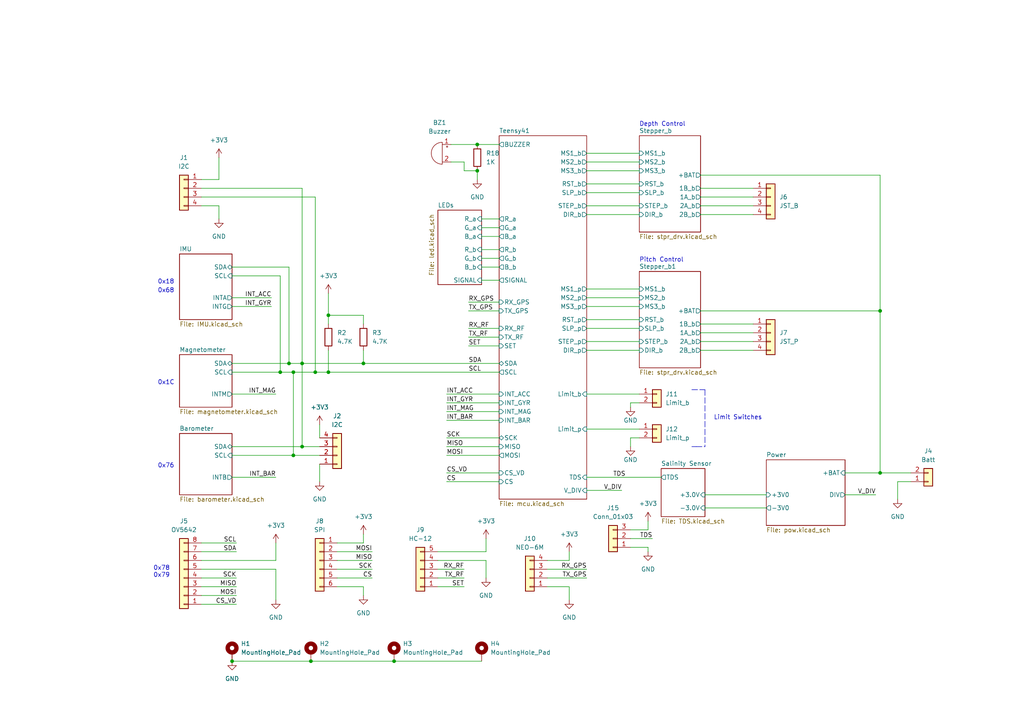
<source format=kicad_sch>
(kicad_sch (version 20211123) (generator eeschema)
  (paper "A4")
  (title_block (title "OceanAI") (date "2022-07-25") (rev "2"))
  (lib_symbols
    (symbol "Connector_Generic:Conn_01x02" (pin_names (offset 1.016) hide)
      (property "Reference" "J" (at 0 2.54 0))
      (property "Value" "Conn_01x02" (at 0 -5.08 0))
      (symbol "Conn_01x02_1_1"
        (rectangle (start -1.27 -2.413) (end 0 -2.667) (stroke (width 0.1524)))
        (rectangle (start -1.27 0.127) (end 0 -0.127) (stroke (width 0.1524)))
        (rectangle (start -1.27 1.27) (end 1.27 -3.81) (stroke (width 0.254)) (fill (type background)))
        (pin passive line (at -5.08 0 0) (length 3.81) (name "Pin_1") (number "1"))
        (pin passive line (at -5.08 -2.54 0) (length 3.81) (name "Pin_2") (number "2"))
      )
    )
    (symbol "Connector_Generic:Conn_01x03" (pin_names (offset 1.016) hide)
      (property "Reference" "J" (at 0 5.08 0))
      (property "Value" "Conn_01x03" (at 0 -5.08 0))
      (symbol "Conn_01x03_1_1"
        (rectangle (start -1.27 -2.413) (end 0 -2.667) (stroke (width 0.1524)))
        (rectangle (start -1.27 0.127) (end 0 -0.127) (stroke (width 0.1524)))
        (rectangle (start -1.27 2.667) (end 0 2.413) (stroke (width 0.1524)))
        (rectangle (start -1.27 3.81) (end 1.27 -3.81) (stroke (width 0.254)) (fill (type background)))
        (pin passive line (at -5.08 2.54 0) (length 3.81) (name "Pin_1") (number "1"))
        (pin passive line (at -5.08 0 0) (length 3.81) (name "Pin_2") (number "2"))
        (pin passive line (at -5.08 -2.54 0) (length 3.81) (name "Pin_3") (number "3"))
      )
    )
    (symbol "Connector_Generic:Conn_01x04" (pin_names (offset 1.016) hide)
      (property "Reference" "J" (at 0 5.08 0))
      (property "Value" "Conn_01x04" (at 0 -7.62 0))
      (symbol "Conn_01x04_1_1"
        (rectangle (start -1.27 -4.953) (end 0 -5.207) (stroke (width 0.1524)))
        (rectangle (start -1.27 -2.413) (end 0 -2.667) (stroke (width 0.1524)))
        (rectangle (start -1.27 0.127) (end 0 -0.127) (stroke (width 0.1524)))
        (rectangle (start -1.27 2.667) (end 0 2.413) (stroke (width 0.1524)))
        (rectangle (start -1.27 3.81) (end 1.27 -6.35) (stroke (width 0.254)) (fill (type background)))
        (pin passive line (at -5.08 2.54 0) (length 3.81) (name "Pin_1") (number "1"))
        (pin passive line (at -5.08 0 0) (length 3.81) (name "Pin_2") (number "2"))
        (pin passive line (at -5.08 -2.54 0) (length 3.81) (name "Pin_3") (number "3"))
        (pin passive line (at -5.08 -5.08 0) (length 3.81) (name "Pin_4") (number "4"))
      )
    )
    (symbol "Connector_Generic:Conn_01x05" (pin_names (offset 1.016) hide)
      (property "Reference" "J" (at 0 7.62 0))
      (property "Value" "Conn_01x05" (at 0 -7.62 0))
      (symbol "Conn_01x05_1_1"
        (rectangle (start -1.27 -4.953) (end 0 -5.207) (stroke (width 0.1524)))
        (rectangle (start -1.27 -2.413) (end 0 -2.667) (stroke (width 0.1524)))
        (rectangle (start -1.27 0.127) (end 0 -0.127) (stroke (width 0.1524)))
        (rectangle (start -1.27 2.667) (end 0 2.413) (stroke (width 0.1524)))
        (rectangle (start -1.27 5.207) (end 0 4.953) (stroke (width 0.1524)))
        (rectangle (start -1.27 6.35) (end 1.27 -6.35) (stroke (width 0.254)) (fill (type background)))
        (pin passive line (at -5.08 5.08 0) (length 3.81) (name "Pin_1") (number "1"))
        (pin passive line (at -5.08 2.54 0) (length 3.81) (name "Pin_2") (number "2"))
        (pin passive line (at -5.08 0 0) (length 3.81) (name "Pin_3") (number "3"))
        (pin passive line (at -5.08 -2.54 0) (length 3.81) (name "Pin_4") (number "4"))
        (pin passive line (at -5.08 -5.08 0) (length 3.81) (name "Pin_5") (number "5"))
      )
    )
    (symbol "Connector_Generic:Conn_01x06" (pin_names (offset 1.016) hide)
      (property "Reference" "J" (at 0 7.62 0))
      (property "Value" "Conn_01x06" (at 0 -10.16 0))
      (symbol "Conn_01x06_1_1"
        (rectangle (start -1.27 -7.493) (end 0 -7.747) (stroke (width 0.1524)))
        (rectangle (start -1.27 -4.953) (end 0 -5.207) (stroke (width 0.1524)))
        (rectangle (start -1.27 -2.413) (end 0 -2.667) (stroke (width 0.1524)))
        (rectangle (start -1.27 0.127) (end 0 -0.127) (stroke (width 0.1524)))
        (rectangle (start -1.27 2.667) (end 0 2.413) (stroke (width 0.1524)))
        (rectangle (start -1.27 5.207) (end 0 4.953) (stroke (width 0.1524)))
        (rectangle (start -1.27 6.35) (end 1.27 -8.89) (stroke (width 0.254)) (fill (type background)))
        (pin passive line (at -5.08 5.08 0) (length 3.81) (name "Pin_1") (number "1"))
        (pin passive line (at -5.08 2.54 0) (length 3.81) (name "Pin_2") (number "2"))
        (pin passive line (at -5.08 0 0) (length 3.81) (name "Pin_3") (number "3"))
        (pin passive line (at -5.08 -2.54 0) (length 3.81) (name "Pin_4") (number "4"))
        (pin passive line (at -5.08 -5.08 0) (length 3.81) (name "Pin_5") (number "5"))
        (pin passive line (at -5.08 -7.62 0) (length 3.81) (name "Pin_6") (number "6"))
      )
    )
    (symbol "Connector_Generic:Conn_01x08" (pin_names (offset 1.016) hide)
      (property "Reference" "J" (at 0 10.16 0))
      (property "Value" "Conn_01x08" (at 0 -12.7 0))
      (symbol "Conn_01x08_1_1"
        (rectangle (start -1.27 -10.033) (end 0 -10.287) (stroke (width 0.1524)))
        (rectangle (start -1.27 -7.493) (end 0 -7.747) (stroke (width 0.1524)))
        (rectangle (start -1.27 -4.953) (end 0 -5.207) (stroke (width 0.1524)))
        (rectangle (start -1.27 -2.413) (end 0 -2.667) (stroke (width 0.1524)))
        (rectangle (start -1.27 0.127) (end 0 -0.127) (stroke (width 0.1524)))
        (rectangle (start -1.27 2.667) (end 0 2.413) (stroke (width 0.1524)))
        (rectangle (start -1.27 5.207) (end 0 4.953) (stroke (width 0.1524)))
        (rectangle (start -1.27 7.747) (end 0 7.493) (stroke (width 0.1524)))
        (rectangle (start -1.27 8.89) (end 1.27 -11.43) (stroke (width 0.254)) (fill (type background)))
        (pin passive line (at -5.08 7.62 0) (length 3.81) (name "Pin_1") (number "1"))
        (pin passive line (at -5.08 5.08 0) (length 3.81) (name "Pin_2") (number "2"))
        (pin passive line (at -5.08 2.54 0) (length 3.81) (name "Pin_3") (number "3"))
        (pin passive line (at -5.08 0 0) (length 3.81) (name "Pin_4") (number "4"))
        (pin passive line (at -5.08 -2.54 0) (length 3.81) (name "Pin_5") (number "5"))
        (pin passive line (at -5.08 -5.08 0) (length 3.81) (name "Pin_6") (number "6"))
        (pin passive line (at -5.08 -7.62 0) (length 3.81) (name "Pin_7") (number "7"))
        (pin passive line (at -5.08 -10.16 0) (length 3.81) (name "Pin_8") (number "8"))
      )
    )
    (symbol "Device:Buzzer" (pin_names (offset 0.0254) hide)
      (property "Reference" "BZ" (at 3.81 1.27 0))
      (property "Value" "Buzzer" (at 3.81 -1.27 0))
      (symbol "Buzzer_0_1"
        (arc (start 0 -3.175) (mid 3.175 0) (end 0 3.175))
        (polyline (pts (xy -1.651 1.905) (xy -1.143 1.905)))
        (polyline (pts (xy -1.397 2.159) (xy -1.397 1.651)))
        (polyline (pts (xy 0 3.175) (xy 0 -3.175)))
      )
      (symbol "Buzzer_1_1"
        (pin passive line (at -2.54 2.54 0) (length 2.54) (name "-") (number "1"))
        (pin passive line (at -2.54 -2.54 0) (length 2.54) (name "+") (number "2"))
      )
    )
    (symbol "Device:R" (pin_numbers hide) (pin_names (offset 0))
      (property "Reference" "R" (at 2.032 0 90))
      (property "Value" "R" (at 0 0 90))
      (symbol "R_0_1"
        (rectangle (start -1.016 -2.54) (end 1.016 2.54) (stroke (width 0.254)))
      )
      (symbol "R_1_1"
        (pin passive line (at 0 3.81 270) (length 1.27) (name "~") (number "1"))
        (pin passive line (at 0 -3.81 90) (length 1.27) (name "~") (number "2"))
      )
    )
    (symbol "Mechanical:MountingHole_Pad" (pin_numbers hide) (pin_names (offset 1.016) hide)
      (property "Reference" "H" (at 0 6.35 0))
      (property "Value" "MountingHole_Pad" (at 0 4.445 0))
      (symbol "MountingHole_Pad_0_1"
        (circle (center 0 1.27) (radius 1.27) (stroke (width 1.27)))
      )
      (symbol "MountingHole_Pad_1_1"
        (pin input line (at 0 -2.54 90) (length 2.54) (name "1") (number "1"))
      )
    )
    (symbol "power:+3.3V" (power) (pin_names (offset 0))
      (property "Value" "+3.3V" (at 0 3.556 0))
      (symbol "+3.3V_0_1"
        (polyline (pts (xy -0.762 1.27) (xy 0 2.54)))
        (polyline (pts (xy 0 0) (xy 0 2.54)))
        (polyline (pts (xy 0 2.54) (xy 0.762 1.27)))
      )
      (symbol "+3.3V_1_1"
        (pin power_in line (at 0 0 90) (length 0) hide (name "+3V3") (number "1"))
      )
    )
    (symbol "power:GND" (power) (pin_names (offset 0))
      (property "Value" "GND" (at 0 -3.81 0))
      (symbol "GND_0_1"
        (polyline (pts (xy 0 0) (xy 0 -1.27) (xy 1.27 -1.27) (xy 0 -2.54) (xy -1.27 -1.27) (xy 0 -1.27)))
      )
      (symbol "GND_1_1"
        (pin power_in line (at 0 0 270) (length 0) hide (name "GND") (number "1"))
      )
    )
  )
  (junction (at 91.44 107.95))
  (junction (at 81.28 107.95))
  (junction (at 90.17 191.77))
  (junction (at 255.27 137.16))
  (junction (at 138.43 41.91))
  (junction (at 83.82 105.41))
  (junction (at 87.63 105.41))
  (junction (at 87.63 129.54))
  (junction (at 95.25 91.44))
  (junction (at 255.27 90.17))
  (junction (at 114.3 191.77))
  (junction (at 105.41 105.41))
  (junction (at 85.09 132.08))
  (junction (at 95.25 107.95))
  (junction (at 67.31 191.77))
  (junction (at 85.09 107.95))
  (junction (at 138.43 49.53))
  (wire (pts (xy 129.54 127) (xy 144.78 127)))
  (wire (pts (xy 135.89 95.25) (xy 144.78 95.25)))
  (wire (pts (xy 97.79 165.1) (xy 107.95 165.1)))
  (wire (pts (xy 139.7 81.28) (xy 144.78 81.28)))
  (wire (pts (xy 139.7 72.39) (xy 144.78 72.39)))
  (wire (pts (xy 255.27 137.16) (xy 264.16 137.16)))
  (wire (pts (xy 135.89 90.17) (xy 144.78 90.17)))
  (wire (pts (xy 58.42 160.02) (xy 68.58 160.02)))
  (wire (pts (xy 139.7 77.47) (xy 144.78 77.47)))
  (wire (pts (xy 187.96 158.75) (xy 182.88 158.75)))
  (wire (pts (xy 170.18 95.25) (xy 185.42 95.25)))
  (wire (pts (xy 67.31 105.41) (xy 83.82 105.41)))
  (wire (pts (xy 135.89 97.79) (xy 144.78 97.79)))
  (wire (pts (xy 129.54 116.84) (xy 144.78 116.84)))
  (wire (pts (xy 138.43 49.53) (xy 138.43 52.07)))
  (wire (pts (xy 114.3 191.77) (xy 139.7 191.77)))
  (wire (pts (xy 187.96 153.67) (xy 182.88 153.67)))
  (wire (pts (xy 105.41 105.41) (xy 144.78 105.41)))
  (wire (pts (xy 58.42 170.18) (xy 68.58 170.18)))
  (wire (pts (xy 182.88 129.54) (xy 182.88 127)))
  (wire (pts (xy 95.25 91.44) (xy 95.25 93.98)))
  (wire (pts (xy 182.88 118.11) (xy 182.88 116.84)))
  (wire (pts (xy 58.42 57.15) (xy 91.44 57.15)))
  (wire (pts (xy 134.62 46.99) (xy 134.62 49.53)))
  (wire (pts (xy 170.18 59.69) (xy 185.42 59.69)))
  (wire (pts (xy 187.96 160.02) (xy 187.96 158.75)))
  (wire (pts (xy 95.25 107.95) (xy 144.78 107.95)))
  (wire (pts (xy 81.28 80.01) (xy 81.28 107.95)))
  (wire (pts (xy 127 170.18) (xy 134.62 170.18)))
  (wire (pts (xy 203.2 62.23) (xy 218.44 62.23)))
  (wire (pts (xy 170.18 88.9) (xy 185.42 88.9)))
  (wire (pts (xy 129.54 139.7) (xy 144.78 139.7)))
  (wire (pts (xy 129.54 137.16) (xy 144.78 137.16)))
  (wire (pts (xy 58.42 52.07) (xy 63.5 52.07)))
  (wire (pts (xy 85.09 107.95) (xy 91.44 107.95)))
  (wire (pts (xy 87.63 54.61) (xy 87.63 105.41)))
  (wire (pts (xy 127 167.64) (xy 134.62 167.64)))
  (wire (pts (xy 203.2 54.61) (xy 218.44 54.61)))
  (wire (pts (xy 170.18 138.43) (xy 191.77 138.43)))
  (wire (pts (xy 87.63 105.41) (xy 87.63 129.54)))
  (wire (pts (xy 255.27 90.17) (xy 255.27 137.16)))
  (wire (pts (xy 91.44 107.95) (xy 95.25 107.95)))
  (wire (pts (xy 67.31 191.77) (xy 90.17 191.77)))
  (polyline (pts (xy 200.66 129.54) (xy 201.93 129.54)))
  (polyline (pts (xy 200.66 113.03) (xy 204.47 113.03)))
  (wire (pts (xy 203.2 93.98) (xy 218.44 93.98)))
  (wire (pts (xy 80.01 157.48) (xy 80.01 162.56)))
  (wire (pts (xy 245.11 137.16) (xy 255.27 137.16)))
  (wire (pts (xy 182.88 116.84) (xy 185.42 116.84)))
  (wire (pts (xy 58.42 167.64) (xy 68.58 167.64)))
  (wire (pts (xy 67.31 132.08) (xy 85.09 132.08)))
  (wire (pts (xy 170.18 83.82) (xy 185.42 83.82)))
  (wire (pts (xy 170.18 46.99) (xy 185.42 46.99)))
  (wire (pts (xy 165.1 160.02) (xy 165.1 162.56)))
  (wire (pts (xy 105.41 101.6) (xy 105.41 105.41)))
  (wire (pts (xy 91.44 57.15) (xy 91.44 107.95)))
  (wire (pts (xy 139.7 74.93) (xy 144.78 74.93)))
  (polyline (pts (xy 204.47 113.03) (xy 204.47 129.54)))
  (wire (pts (xy 165.1 170.18) (xy 165.1 173.99)))
  (wire (pts (xy 67.31 86.36) (xy 78.74 86.36)))
  (wire (pts (xy 264.16 139.7) (xy 260.35 139.7)))
  (wire (pts (xy 182.88 127) (xy 185.42 127)))
  (wire (pts (xy 87.63 129.54) (xy 92.71 129.54)))
  (wire (pts (xy 83.82 77.47) (xy 83.82 105.41)))
  (wire (pts (xy 105.41 93.98) (xy 105.41 91.44)))
  (wire (pts (xy 129.54 114.3) (xy 144.78 114.3)))
  (wire (pts (xy 170.18 114.3) (xy 185.42 114.3)))
  (wire (pts (xy 85.09 132.08) (xy 92.71 132.08)))
  (wire (pts (xy 58.42 175.26) (xy 68.58 175.26)))
  (wire (pts (xy 67.31 107.95) (xy 81.28 107.95)))
  (wire (pts (xy 92.71 123.19) (xy 92.71 127)))
  (wire (pts (xy 204.47 143.51) (xy 222.25 143.51)))
  (wire (pts (xy 58.42 54.61) (xy 87.63 54.61)))
  (wire (pts (xy 63.5 59.69) (xy 63.5 63.5)))
  (wire (pts (xy 203.2 96.52) (xy 218.44 96.52)))
  (wire (pts (xy 97.79 170.18) (xy 105.41 170.18)))
  (wire (pts (xy 58.42 172.72) (xy 68.58 172.72)))
  (wire (pts (xy 170.18 53.34) (xy 185.42 53.34)))
  (wire (pts (xy 139.7 68.58) (xy 144.78 68.58)))
  (wire (pts (xy 158.75 165.1) (xy 170.18 165.1)))
  (wire (pts (xy 97.79 157.48) (xy 105.41 157.48)))
  (wire (pts (xy 81.28 107.95) (xy 85.09 107.95)))
  (wire (pts (xy 97.79 167.64) (xy 107.95 167.64)))
  (wire (pts (xy 67.31 80.01) (xy 81.28 80.01)))
  (polyline (pts (xy 201.93 129.54) (xy 204.47 129.54)))
  (wire (pts (xy 170.18 49.53) (xy 185.42 49.53)))
  (wire (pts (xy 105.41 170.18) (xy 105.41 172.72)))
  (wire (pts (xy 203.2 90.17) (xy 255.27 90.17)))
  (wire (pts (xy 85.09 107.95) (xy 85.09 132.08)))
  (wire (pts (xy 170.18 55.88) (xy 185.42 55.88)))
  (wire (pts (xy 67.31 114.3) (xy 80.01 114.3)))
  (wire (pts (xy 255.27 50.8) (xy 255.27 90.17)))
  (wire (pts (xy 67.31 88.9) (xy 78.74 88.9)))
  (wire (pts (xy 90.17 191.77) (xy 114.3 191.77)))
  (wire (pts (xy 140.97 162.56) (xy 140.97 167.64)))
  (wire (pts (xy 129.54 121.92) (xy 144.78 121.92)))
  (wire (pts (xy 203.2 59.69) (xy 218.44 59.69)))
  (wire (pts (xy 203.2 50.8) (xy 255.27 50.8)))
  (wire (pts (xy 135.89 87.63) (xy 144.78 87.63)))
  (wire (pts (xy 129.54 119.38) (xy 144.78 119.38)))
  (wire (pts (xy 187.96 151.13) (xy 187.96 153.67)))
  (wire (pts (xy 170.18 124.46) (xy 185.42 124.46)))
  (wire (pts (xy 245.11 143.51) (xy 254 143.51)))
  (wire (pts (xy 170.18 99.06) (xy 185.42 99.06)))
  (wire (pts (xy 80.01 162.56) (xy 58.42 162.56)))
  (wire (pts (xy 87.63 105.41) (xy 105.41 105.41)))
  (wire (pts (xy 130.81 41.91) (xy 138.43 41.91)))
  (wire (pts (xy 165.1 162.56) (xy 158.75 162.56)))
  (wire (pts (xy 140.97 156.21) (xy 140.97 160.02)))
  (wire (pts (xy 58.42 157.48) (xy 68.58 157.48)))
  (wire (pts (xy 105.41 157.48) (xy 105.41 154.94)))
  (wire (pts (xy 134.62 49.53) (xy 138.43 49.53)))
  (wire (pts (xy 95.25 91.44) (xy 105.41 91.44)))
  (wire (pts (xy 170.18 92.71) (xy 185.42 92.71)))
  (wire (pts (xy 158.75 170.18) (xy 165.1 170.18)))
  (wire (pts (xy 260.35 139.7) (xy 260.35 144.78)))
  (wire (pts (xy 95.25 85.09) (xy 95.25 91.44)))
  (wire (pts (xy 140.97 160.02) (xy 127 160.02)))
  (wire (pts (xy 203.2 57.15) (xy 218.44 57.15)))
  (wire (pts (xy 58.42 165.1) (xy 80.01 165.1)))
  (wire (pts (xy 170.18 101.6) (xy 185.42 101.6)))
  (wire (pts (xy 67.31 138.43) (xy 80.01 138.43)))
  (wire (pts (xy 67.31 77.47) (xy 83.82 77.47)))
  (wire (pts (xy 95.25 101.6) (xy 95.25 107.95)))
  (wire (pts (xy 130.81 46.99) (xy 134.62 46.99)))
  (wire (pts (xy 204.47 147.32) (xy 222.25 147.32)))
  (wire (pts (xy 97.79 160.02) (xy 107.95 160.02)))
  (wire (pts (xy 97.79 162.56) (xy 107.95 162.56)))
  (wire (pts (xy 138.43 41.91) (xy 144.78 41.91)))
  (wire (pts (xy 127 165.1) (xy 134.62 165.1)))
  (wire (pts (xy 203.2 99.06) (xy 218.44 99.06)))
  (wire (pts (xy 67.31 129.54) (xy 87.63 129.54)))
  (wire (pts (xy 139.7 63.5) (xy 144.78 63.5)))
  (wire (pts (xy 170.18 44.45) (xy 185.42 44.45)))
  (wire (pts (xy 129.54 129.54) (xy 144.78 129.54)))
  (wire (pts (xy 170.18 86.36) (xy 185.42 86.36)))
  (wire (pts (xy 83.82 105.41) (xy 87.63 105.41)))
  (wire (pts (xy 182.88 156.21) (xy 189.23 156.21)))
  (wire (pts (xy 203.2 101.6) (xy 218.44 101.6)))
  (wire (pts (xy 127 162.56) (xy 140.97 162.56)))
  (wire (pts (xy 92.71 139.7) (xy 92.71 134.62)))
  (wire (pts (xy 58.42 59.69) (xy 63.5 59.69)))
  (wire (pts (xy 170.18 62.23) (xy 185.42 62.23)))
  (wire (pts (xy 158.75 167.64) (xy 170.18 167.64)))
  (wire (pts (xy 170.18 142.24) (xy 180.34 142.24)))
  (wire (pts (xy 63.5 52.07) (xy 63.5 45.72)))
  (wire (pts (xy 139.7 66.04) (xy 144.78 66.04)))
  (wire (pts (xy 135.89 100.33) (xy 144.78 100.33)))
  (wire (pts (xy 80.01 165.1) (xy 80.01 173.99)))
  (wire (pts (xy 129.54 132.08) (xy 144.78 132.08)))
  (text "Depth Control\n" (at 185.42 36.83 0) (effects (font (size 1.27 1.27)) (justify left bottom)))
  (text "0x1C" (at 45.72 111.76 0) (effects (font (size 1.27 1.27)) (justify left bottom)))
  (text "0x68" (at 45.72 85.09 0) (effects (font (size 1.27 1.27)) (justify left bottom)))
  (text "0x76" (at 45.72 135.89 0) (effects (font (size 1.27 1.27)) (justify left bottom)))
  (text "0x18" (at 45.72 82.55 0) (effects (font (size 1.27 1.27)) (justify left bottom)))
  (text "Pitch Control" (at 185.42 76.2 0) (effects (font (size 1.27 1.27)) (justify left bottom)))
  (text "Limit Switches\n" (at 207.01 121.92 0) (effects (font (size 1.27 1.27)) (justify left bottom)))
  (text "0x78\n0x79\n" (at 44.45 167.64 0) (effects (font (size 1.27 1.27)) (justify left bottom)))
  (label "INT_GYR" (at 129.54 116.84 0))
  (label "MOSI" (at 107.95 160.02 180))
  (label "INT_ACC" (at 129.54 114.3 0))
  (label "MISO" (at 129.54 129.54 0))
  (label "INT_MAG" (at 80.01 114.3 180))
  (label "CS" (at 107.95 167.64 180))
  (label "SCL" (at 68.58 157.48 180))
  (label "CS_VD" (at 129.54 137.16 0))
  (label "SDA" (at 68.58 160.02 180))
  (label "INT_GYR" (at 78.74 88.9 180))
  (label "TX_GPS" (at 135.89 90.17 0))
  (label "TX_RF" (at 134.62 167.64 180))
  (label "INT_MAG" (at 129.54 119.38 0))
  (label "CS_VD" (at 68.58 175.26 180))
  (label "SCL" (at 135.89 107.95 0))
  (label "TDS" (at 177.8 138.43 0))
  (label "RX_RF" (at 135.89 95.25 0))
  (label "RX_RF" (at 134.62 165.1 180))
  (label "INT_BAR" (at 80.01 138.43 180))
  (label "RX_GPS" (at 170.18 165.1 180))
  (label "TDS" (at 189.23 156.21 180))
  (label "MISO" (at 68.58 170.18 180))
  (label "SCK" (at 68.58 167.64 180))
  (label "RX_GPS" (at 135.89 87.63 0))
  (label "SCK" (at 129.54 127 0))
  (label "TX_RF" (at 135.89 97.79 0))
  (label "SET" (at 134.62 170.18 180))
  (label "SET" (at 135.89 100.33 0))
  (label "INT_BAR" (at 129.54 121.92 0))
  (label "INT_ACC" (at 78.74 86.36 180))
  (label "MOSI" (at 129.54 132.08 0))
  (label "V_DIV" (at 254 143.51 180))
  (label "V_DIV" (at 180.34 142.24 180))
  (label "SDA" (at 135.89 105.41 0))
  (label "SCK" (at 107.95 165.1 180))
  (label "MOSI" (at 68.58 172.72 180))
  (label "MISO" (at 107.95 162.56 180))
  (label "TX_GPS" (at 170.18 167.64 180))
  (label "CS" (at 129.54 139.7 0))
  (symbol (lib_id "power:+3.3V") (at 80.01 157.48 0) (unit 1)
    (property "Reference" "#PWR038" (effects hide))
    (property "Value" "+3.3V" (at 80.01 152.4 0))
  )
  (symbol (lib_id "power:GND") (at 187.96 160.02 0) (unit 1)
    (property "Reference" "#PWR0120" (effects hide))
    (property "Value" "GND" (at 187.96 165.1 0))
  )
  (symbol (lib_id "Connector_Generic:Conn_01x08") (at 53.34 167.64 180) (unit 1)
    (property "Reference" "J5" (at 53.34 151.13 0))
    (property "Value" "OV5642" (at 53.34 153.67 0))
    (property "Footprint" "Connector_JST:JST_EH_B8B-EH-A_1x08_P2.50mm_Vertical" (effects hide))
  )
  (symbol (lib_id "power:GND") (at 105.41 172.72 0) (unit 1)
    (property "Reference" "#PWR033" (effects hide))
    (property "Value" "GND" (at 105.41 177.8 0))
  )
  (symbol (lib_id "Connector_Generic:Conn_01x02") (at 190.5 124.46 0) (unit 1)
    (property "Reference" "J12" (at 193.04 124.4599 0) (effects (justify left)))
    (property "Value" "Limit_p" (at 193.04 126.9999 0) (effects (justify left)))
    (property "Footprint" "Connector_JST:JST_EH_B2B-EH-A_1x02_P2.50mm_Vertical" (effects hide))
  )
  (symbol (lib_id "Connector_Generic:Conn_01x04") (at 223.52 57.15 0) (unit 1)
    (property "Reference" "J6" (at 226.06 57.1499 0) (effects (justify left)))
    (property "Value" "JST_B" (at 226.06 59.6899 0) (effects (justify left)))
    (property "Footprint" "Connector_JST:JST_EH_B4B-EH-A_1x04_P2.50mm_Vertical" (effects hide))
  )
  (symbol (lib_id "Connector_Generic:Conn_01x05") (at 121.92 165.1 180) (unit 1)
    (property "Reference" "J9" (at 121.92 153.67 0))
    (property "Value" "HC-12" (at 121.92 156.21 0))
    (property "Footprint" "Connector_JST:JST_EH_B5B-EH-A_1x05_P2.50mm_Vertical" (effects hide))
  )
  (symbol (lib_id "Connector_Generic:Conn_01x04") (at 53.34 54.61 0) (mirror y) (unit 1)
    (property "Reference" "J1" (at 53.34 45.72 0))
    (property "Value" "I2C" (at 53.34 48.26 0))
    (property "Footprint" "Connector_JST:JST_EH_B4B-EH-A_1x04_P2.50mm_Vertical" (effects hide))
  )
  (symbol (lib_id "power:GND") (at 260.35 144.78 0) (unit 1)
    (property "Reference" "#PWR026" (effects hide))
    (property "Value" "GND" (at 260.35 149.86 0))
  )
  (symbol (lib_id "Mechanical:MountingHole_Pad") (at 90.17 189.23 0) (unit 1)
    (property "Reference" "H2" (at 92.71 186.6899 0) (effects (justify left)))
    (property "Value" "MountingHole_Pad" (at 92.71 189.2299 0) (effects (justify left)))
    (property "Footprint" "MountingHole:MountingHole_3mm_Pad" (effects hide))
  )
  (symbol (lib_id "power:+3.3V") (at 92.71 123.19 0) (unit 1)
    (property "Reference" "#PWR015" (effects hide))
    (property "Value" "+3.3V" (at 92.71 118.11 0))
  )
  (symbol (lib_id "Device:R") (at 138.43 45.72 0) (unit 1)
    (property "Reference" "R18" (at 140.97 44.4499 0) (effects (justify left)))
    (property "Value" "1K" (at 140.97 46.9899 0) (effects (justify left)))
    (property "Footprint" "Resistor_SMD:R_0603_1608Metric" (effects hide))
  )
  (symbol (lib_id "power:GND") (at 140.97 167.64 0) (unit 1)
    (property "Reference" "#PWR072" (effects hide))
    (property "Value" "GND" (at 140.97 172.72 0))
  )
  (symbol (lib_id "power:+3.3V") (at 165.1 160.02 0) (unit 1)
    (property "Reference" "#PWR073" (effects hide))
    (property "Value" "+3.3V" (at 165.1 154.94 0))
  )
  (symbol (lib_id "power:+3.3V") (at 140.97 156.21 0) (unit 1)
    (property "Reference" "#PWR043" (effects hide))
    (property "Value" "+3.3V" (at 140.97 151.13 0))
  )
  (symbol (lib_id "Connector_Generic:Conn_01x04") (at 97.79 132.08 0) (mirror x) (unit 1)
    (property "Reference" "J2" (at 97.79 120.65 0))
    (property "Value" "I2C" (at 97.79 123.19 0))
    (property "Footprint" "Connector_PinHeader_2.54mm:PinHeader_1x04_P2.54mm_Vertical" (effects hide))
  )
  (symbol (lib_id "power:+3.3V") (at 63.5 45.72 0) (unit 1)
    (property "Reference" "#PWR012" (effects hide))
    (property "Value" "+3.3V" (at 63.5 40.64 0))
  )
  (symbol (lib_id "power:+3.3V") (at 187.96 151.13 0) (unit 1)
    (property "Reference" "#PWR0119" (effects hide))
    (property "Value" "+3.3V" (at 187.96 146.05 0))
  )
  (symbol (lib_id "power:GND") (at 92.71 139.7 0) (unit 1)
    (property "Reference" "#PWR016" (effects hide))
    (property "Value" "GND" (at 92.71 144.78 0))
  )
  (symbol (lib_id "Connector_Generic:Conn_01x04") (at 153.67 167.64 180) (unit 1)
    (property "Reference" "J10" (at 153.67 156.21 0))
    (property "Value" "NEO-6M" (at 153.67 158.75 0))
    (property "Footprint" "Connector_JST:JST_EH_B4B-EH-A_1x04_P2.50mm_Vertical" (effects hide))
  )
  (symbol (lib_id "power:GND") (at 165.1 173.99 0) (unit 1)
    (property "Reference" "#PWR074" (effects hide))
    (property "Value" "GND" (at 165.1 179.07 0))
  )
  (symbol (lib_id "power:GND") (at 63.5 63.5 0) (unit 1)
    (property "Reference" "#PWR013" (effects hide))
    (property "Value" "GND" (at 63.5 68.58 0))
  )
  (symbol (lib_id "Connector_Generic:Conn_01x06") (at 92.71 162.56 0) (mirror y) (unit 1)
    (property "Reference" "J8" (at 92.71 151.13 0))
    (property "Value" "SPI" (at 92.71 153.67 0))
    (property "Footprint" "Connector_PinHeader_2.54mm:PinHeader_1x06_P2.54mm_Vertical" (effects hide))
  )
  (symbol (lib_id "Device:R") (at 105.41 97.79 0) (unit 1)
    (property "Reference" "R3" (at 107.95 96.5199 0) (effects (justify left)))
    (property "Value" "4.7K" (at 107.95 99.0599 0) (effects (justify left)))
    (property "Footprint" "Resistor_SMD:R_0603_1608Metric" (effects hide))
  )
  (symbol (lib_id "power:GND") (at 182.88 118.11 0) (unit 1)
    (property "Reference" "#PWR075" (effects hide))
    (property "Value" "GND" (at 182.88 121.92 0))
  )
  (symbol (lib_id "Mechanical:MountingHole_Pad") (at 139.7 189.23 0) (unit 1)
    (property "Reference" "H4" (at 142.24 186.6899 0) (effects (justify left)))
    (property "Value" "MountingHole_Pad" (at 142.24 189.2299 0) (effects (justify left)))
    (property "Footprint" "MountingHole:MountingHole_3mm_Pad" (effects hide))
  )
  (symbol (lib_id "power:GND") (at 67.31 191.77 0) (unit 1)
    (property "Reference" "#PWR0117" (effects hide))
    (property "Value" "GND" (at 67.31 196.85 0))
  )
  (symbol (lib_id "Connector_Generic:Conn_01x04") (at 223.52 96.52 0) (unit 1)
    (property "Reference" "J7" (at 226.06 96.5199 0) (effects (justify left)))
    (property "Value" "JST_P" (at 226.06 99.0599 0) (effects (justify left)))
    (property "Footprint" "Connector_JST:JST_EH_B4B-EH-A_1x04_P2.50mm_Vertical" (effects hide))
  )
  (symbol (lib_id "power:GND") (at 138.43 52.07 0) (unit 1)
    (property "Reference" "#PWR040" (effects hide))
    (property "Value" "GND" (at 138.43 57.15 0))
  )
  (symbol (lib_id "power:+3.3V") (at 95.25 85.09 0) (unit 1)
    (property "Reference" "#PWR017" (effects hide))
    (property "Value" "+3.3V" (at 95.25 80.01 0))
  )
  (symbol (lib_id "Mechanical:MountingHole_Pad") (at 67.31 189.23 0) (unit 1)
    (property "Reference" "H1" (at 69.85 186.6899 0) (effects (justify left)))
    (property "Value" "MountingHole_Pad" (at 69.85 189.2299 0) (effects (justify left)))
    (property "Footprint" "MountingHole:MountingHole_3mm_Pad" (effects hide))
  )
  (symbol (lib_id "Device:Buzzer") (at 128.27 44.45 0) (mirror y) (unit 1)
    (property "Reference" "BZ1" (at 127.508 35.56 0))
    (property "Value" "Buzzer" (at 127.508 38.1 0))
    (property "Footprint" "Buzzer_Beeper:Buzzer_Murata_PKMCS0909E" (effects hide))
  )
  (symbol (lib_id "Connector_Generic:Conn_01x02") (at 190.5 114.3 0) (unit 1)
    (property "Reference" "J11" (at 193.04 114.2999 0) (effects (justify left)))
    (property "Value" "Limit_b" (at 193.04 116.8399 0) (effects (justify left)))
    (property "Footprint" "Connector_JST:JST_EH_B2B-EH-A_1x02_P2.50mm_Vertical" (effects hide))
  )
  (symbol (lib_id "Mechanical:MountingHole_Pad") (at 114.3 189.23 0) (unit 1)
    (property "Reference" "H3" (at 116.84 186.6899 0) (effects (justify left)))
    (property "Value" "MountingHole_Pad" (at 116.84 189.2299 0) (effects (justify left)))
    (property "Footprint" "MountingHole:MountingHole_3mm_Pad" (effects hide))
  )
  (symbol (lib_id "Connector_Generic:Conn_01x03") (at 177.8 156.21 180) (unit 1)
    (property "Reference" "J15" (at 177.8 147.32 0))
    (property "Value" "Conn_01x03" (at 177.8 149.86 0))
    (property "Footprint" "Connector_PinHeader_2.54mm:PinHeader_1x03_P2.54mm_Vertical" (effects hide))
  )
  (symbol (lib_id "power:GND") (at 80.01 173.99 0) (unit 1)
    (property "Reference" "#PWR039" (effects hide))
    (property "Value" "GND" (at 80.01 179.07 0))
  )
  (symbol (lib_id "power:+3.3V") (at 105.41 154.94 0) (unit 1)
    (property "Reference" "#PWR027" (effects hide))
    (property "Value" "+3.3V" (at 105.41 149.86 0))
  )
  (symbol (lib_id "Connector_Generic:Conn_01x02") (at 269.24 139.7 0) (mirror x) (unit 1)
    (property "Reference" "J4" (at 269.24 130.81 0))
    (property "Value" "Batt" (at 269.24 133.35 0))
    (property "Footprint" "TerminalBlock_MetzConnect:TerminalBlock_MetzConnect_Type101_RT01602HBWC_1x02_P5.08mm_Horizontal" (effects hide))
  )
  (symbol (lib_id "Device:R") (at 95.25 97.79 0) (unit 1)
    (property "Reference" "R2" (at 97.79 96.5199 0) (effects (justify left)))
    (property "Value" "4.7K" (at 97.79 99.0599 0) (effects (justify left)))
    (property "Footprint" "Resistor_SMD:R_0603_1608Metric" (effects hide))
  )
  (symbol (lib_id "power:GND") (at 182.88 129.54 0) (unit 1)
    (property "Reference" "#PWR076" (effects hide))
    (property "Value" "GND" (at 182.88 133.35 0))
  )
  (sheet (at 52.07 125.73) (size 15.24 17.78) (stroke (width 0.1524))
    (property "Sheet name" "Barometer" (at 52.07 125.0184 0) (effects (justify left bottom)))
    (property "Sheet file" "barometer.kicad_sch" (at 52.07 144.0946 0) (effects (justify left top)))
    (pin "SCL" input (at 67.31 132.08 0))
    (pin "SDA" bidirectional (at 67.31 129.54 0))
    (pin "INTB" output (at 67.31 138.43 0))
  )
  (sheet (at 185.42 78.74) (size 17.78 27.94) (stroke (width 0.1524))
    (property "Sheet name" "Stepper_b1" (at 185.42 78.0284 0) (effects (justify left bottom)))
    (property "Sheet file" "stpr_drv.kicad_sch" (at 185.42 107.2646 0) (effects (justify left top)))
    (pin "+BAT" output (at 203.2 90.17 0))
    (pin "2B_b" output (at 203.2 101.6 0))
    (pin "1A_b" output (at 203.2 96.52 0))
    (pin "2A_b" output (at 203.2 99.06 0))
    (pin "1B_b" output (at 203.2 93.98 0))
    (pin "DIR_b" input (at 185.42 101.6 180))
    (pin "MS3_b" input (at 185.42 88.9 180))
    (pin "SLP_b" input (at 185.42 95.25 180))
    (pin "RST_b" input (at 185.42 92.71 180))
    (pin "STEP_b" input (at 185.42 99.06 180))
    (pin "MS2_b" input (at 185.42 86.36 180))
    (pin "MS1_b" input (at 185.42 83.82 180))
  )
  (sheet (at 222.25 133.35) (size 22.86 19.05) (stroke (width 0.1524))
    (property "Sheet name" "Power" (at 222.25 132.6384 0) (effects (justify left bottom)))
    (property "Sheet file" "pow.kicad_sch" (at 222.25 152.9846 0) (effects (justify left top)))
    (pin "-3V0" output (at 222.25 147.32 180))
    (pin "+3V0" input (at 222.25 143.51 180))
    (pin "+BAT" input (at 245.11 137.16 0))
    (pin "DIV" output (at 245.11 143.51 0))
  )
  (sheet (at 52.07 73.66) (size 15.24 19.05) (stroke (width 0.1524))
    (property "Sheet name" "IMU" (at 52.07 72.9484 0) (effects (justify left bottom)))
    (property "Sheet file" "IMU.kicad_sch" (at 52.07 93.2946 0) (effects (justify left top)))
    (pin "SCL" input (at 67.31 80.01 0))
    (pin "SDA" bidirectional (at 67.31 77.47 0))
    (pin "INTA" output (at 67.31 86.36 0))
    (pin "INTG" output (at 67.31 88.9 0))
  )
  (sheet (at 127 60.96) (size 12.7 21.59) (stroke (width 0.1524))
    (property "Sheet name" "LEDs" (at 127 60.2484 0) (effects (justify left bottom)))
    (property "Sheet file" "led.kicad_sch" (at 124.46 80.01 90) (effects (justify left top)))
    (pin "B_a" input (at 139.7 68.58 0))
    (pin "G_a" input (at 139.7 66.04 0))
    (pin "R_a" input (at 139.7 63.5 0))
    (pin "G_b" input (at 139.7 74.93 0))
    (pin "B_b" input (at 139.7 77.47 0))
    (pin "R_b" input (at 139.7 72.39 0))
    (pin "SIGNAL" input (at 139.7 81.28 0))
  )
  (sheet (at 52.07 102.87) (size 15.24 15.24) (stroke (width 0.1524))
    (property "Sheet name" "Magnetometer" (at 52.07 102.1584 0) (effects (justify left bottom)))
    (property "Sheet file" "magnetometer.kicad_sch" (at 52.07 118.6946 0) (effects (justify left top)))
    (pin "SDA" bidirectional (at 67.31 105.41 0))
    (pin "SCL" input (at 67.31 107.95 0))
    (pin "INTM" output (at 67.31 114.3 0))
  )
  (sheet (at 144.78 39.37) (size 25.4 105.41) (stroke (width 0.1524))
    (property "Sheet name" "Teensy41" (at 144.78 38.6584 0) (effects (justify left bottom)))
    (property "Sheet file" "mcu.kicad_sch" (at 144.78 145.3646 0) (effects (justify left top)))
    (pin "B_b" output (at 144.78 77.47 180))
    (pin "Limit_b" input (at 170.18 114.3 0))
    (pin "R_b" output (at 144.78 72.39 180))
    (pin "INT_BAR" input (at 144.78 121.92 180))
    (pin "Limit_p" input (at 170.18 124.46 0))
    (pin "INT_MAG" input (at 144.78 119.38 180))
    (pin "INT_GYR" input (at 144.78 116.84 180))
    (pin "G_b" output (at 144.78 74.93 180))
    (pin "CS_VD" input (at 144.78 137.16 180))
    (pin "MOSI" output (at 144.78 132.08 180))
    (pin "MISO" input (at 144.78 129.54 180))
    (pin "B_a" output (at 144.78 68.58 180))
    (pin "STEP_b" output (at 170.18 59.69 0))
    (pin "DIR_b" output (at 170.18 62.23 0))
    (pin "SLP_b" output (at 170.18 55.88 0))
    (pin "MS3_p" output (at 170.18 88.9 0))
    (pin "DIR_p" output (at 170.18 101.6 0))
    (pin "MS2_p" output (at 170.18 86.36 0))
    (pin "STEP_p" output (at 170.18 99.06 0))
    (pin "SLP_p" output (at 170.18 95.25 0))
    (pin "RST_p" output (at 170.18 92.71 0))
    (pin "MS1_p" output (at 170.18 83.82 0))
    (pin "MS1_b" output (at 170.18 44.45 0))
    (pin "R_a" output (at 144.78 63.5 180))
    (pin "G_a" output (at 144.78 66.04 180))
    (pin "MS2_b" output (at 170.18 46.99 0))
    (pin "RST_b" output (at 170.18 53.34 0))
    (pin "MS3_b" output (at 170.18 49.53 0))
    (pin "CS" input (at 144.78 139.7 180))
    (pin "SET" input (at 144.78 100.33 180))
    (pin "RX_GPS" input (at 144.78 87.63 180))
    (pin "SCK" bidirectional (at 144.78 127 180))
    (pin "INT_ACC" input (at 144.78 114.3 180))
    (pin "TDS" input (at 170.18 138.43 0))
    (pin "V_DIV" input (at 170.18 142.24 0))
    (pin "SDA" bidirectional (at 144.78 105.41 180))
    (pin "SCL" output (at 144.78 107.95 180))
    (pin "RX_RF" input (at 144.78 95.25 180))
    (pin "TX_GPS" input (at 144.78 90.17 180))
    (pin "TX_RF" input (at 144.78 97.79 180))
    (pin "BUZZER" output (at 144.78 41.91 180))
    (pin "SIGNAL" output (at 144.78 81.28 180))
  )
  (sheet (at 185.42 39.37) (size 17.78 27.94) (stroke (width 0.1524))
    (property "Sheet name" "Stepper_b" (at 185.42 38.6584 0) (effects (justify left bottom)))
    (property "Sheet file" "stpr_drv.kicad_sch" (at 185.42 67.8946 0) (effects (justify left top)))
    (pin "+BAT" output (at 203.2 50.8 0))
    (pin "2B_b" output (at 203.2 62.23 0))
    (pin "1A_b" output (at 203.2 57.15 0))
    (pin "2A_b" output (at 203.2 59.69 0))
    (pin "1B_b" output (at 203.2 54.61 0))
    (pin "DIR_b" input (at 185.42 62.23 180))
    (pin "MS3_b" input (at 185.42 49.53 180))
    (pin "SLP_b" input (at 185.42 55.88 180))
    (pin "RST_b" input (at 185.42 53.34 180))
    (pin "STEP_b" input (at 185.42 59.69 180))
    (pin "MS2_b" input (at 185.42 46.99 180))
    (pin "MS1_b" input (at 185.42 44.45 180))
  )
  (sheet (at 191.77 135.89) (size 12.7 13.97) (stroke (width 0.1524))
    (property "Sheet name" "Salinity Sensor" (at 191.77 135.1784 0) (effects (justify left bottom)))
    (property "Sheet file" "TDS.kicad_sch" (at 191.77 150.4446 0) (effects (justify left top)))
    (pin "+3.0V" input (at 204.47 143.51 0))
    (pin "-3.0V" input (at 204.47 147.32 0))
    (pin "TDS" output (at 191.77 138.43 180))
  )
)
</source>
